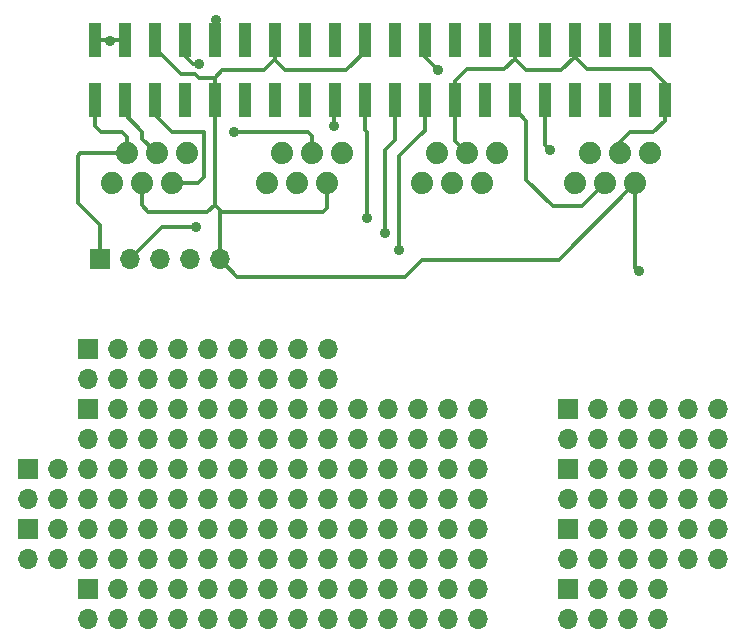
<source format=gbl>
G04 #@! TF.GenerationSoftware,KiCad,Pcbnew,7.0.10-7.0.10~ubuntu22.04.1*
G04 #@! TF.CreationDate,2024-01-29T17:30:17+05:30*
G04 #@! TF.ProjectId,bir-weather-hat,6269722d-7765-4617-9468-65722d686174,rev?*
G04 #@! TF.SameCoordinates,Original*
G04 #@! TF.FileFunction,Copper,L2,Bot*
G04 #@! TF.FilePolarity,Positive*
%FSLAX46Y46*%
G04 Gerber Fmt 4.6, Leading zero omitted, Abs format (unit mm)*
G04 Created by KiCad (PCBNEW 7.0.10-7.0.10~ubuntu22.04.1) date 2024-01-29 17:30:17*
%MOMM*%
%LPD*%
G01*
G04 APERTURE LIST*
G04 #@! TA.AperFunction,ComponentPad*
%ADD10R,1.700000X1.700000*%
G04 #@! TD*
G04 #@! TA.AperFunction,ComponentPad*
%ADD11O,1.700000X1.700000*%
G04 #@! TD*
G04 #@! TA.AperFunction,ComponentPad*
%ADD12C,1.879600*%
G04 #@! TD*
G04 #@! TA.AperFunction,SMDPad,CuDef*
%ADD13R,1.000000X3.000000*%
G04 #@! TD*
G04 #@! TA.AperFunction,ViaPad*
%ADD14C,0.900000*%
G04 #@! TD*
G04 #@! TA.AperFunction,Conductor*
%ADD15C,0.300000*%
G04 #@! TD*
G04 APERTURE END LIST*
D10*
X107620000Y-77140000D03*
D11*
X107620000Y-79680000D03*
X110160000Y-77140000D03*
X110160000Y-79680000D03*
X112700000Y-77140000D03*
X112700000Y-79680000D03*
X115240000Y-77140000D03*
X115240000Y-79680000D03*
X117780000Y-77140000D03*
X117780000Y-79680000D03*
X120320000Y-77140000D03*
X120320000Y-79680000D03*
X122860000Y-77140000D03*
X122860000Y-79680000D03*
X125400000Y-77140000D03*
X125400000Y-79680000D03*
X127940000Y-77140000D03*
X127940000Y-79680000D03*
X130480000Y-77140000D03*
X130480000Y-79680000D03*
X133020000Y-77140000D03*
X133020000Y-79680000D03*
X135560000Y-77140000D03*
X135560000Y-79680000D03*
X138100000Y-77140000D03*
X138100000Y-79680000D03*
X140640000Y-77140000D03*
X140640000Y-79680000D03*
D10*
X148260000Y-92380000D03*
D11*
X148260000Y-94920000D03*
X150800000Y-92380000D03*
X150800000Y-94920000D03*
X153340000Y-92380000D03*
X153340000Y-94920000D03*
X155880000Y-92380000D03*
X155880000Y-94920000D03*
D10*
X148260000Y-77140000D03*
D11*
X148260000Y-79680000D03*
X150800000Y-77140000D03*
X150800000Y-79680000D03*
X153340000Y-77140000D03*
X153340000Y-79680000D03*
X155880000Y-77140000D03*
X155880000Y-79680000D03*
X158420000Y-77140000D03*
X158420000Y-79680000D03*
X160960000Y-77140000D03*
X160960000Y-79680000D03*
D10*
X148260000Y-82220000D03*
D11*
X148260000Y-84760000D03*
X150800000Y-82220000D03*
X150800000Y-84760000D03*
X153340000Y-82220000D03*
X153340000Y-84760000D03*
X155880000Y-82220000D03*
X155880000Y-84760000D03*
X158420000Y-82220000D03*
X158420000Y-84760000D03*
X160960000Y-82220000D03*
X160960000Y-84760000D03*
D10*
X148260000Y-87300000D03*
D11*
X148260000Y-89840000D03*
X150800000Y-87300000D03*
X150800000Y-89840000D03*
X153340000Y-87300000D03*
X153340000Y-89840000D03*
X155880000Y-87300000D03*
X155880000Y-89840000D03*
X158420000Y-87300000D03*
X158420000Y-89840000D03*
X160960000Y-87300000D03*
X160960000Y-89840000D03*
D10*
X107620000Y-72060000D03*
D11*
X107620000Y-74600000D03*
X110160000Y-72060000D03*
X110160000Y-74600000D03*
X112700000Y-72060000D03*
X112700000Y-74600000D03*
X115240000Y-72060000D03*
X115240000Y-74600000D03*
X117780000Y-72060000D03*
X117780000Y-74600000D03*
X120320000Y-72060000D03*
X120320000Y-74600000D03*
X122860000Y-72060000D03*
X122860000Y-74600000D03*
X125400000Y-72060000D03*
X125400000Y-74600000D03*
X127940000Y-72060000D03*
X127940000Y-74600000D03*
D10*
X107620000Y-92380000D03*
D11*
X107620000Y-94920000D03*
X110160000Y-92380000D03*
X110160000Y-94920000D03*
X112700000Y-92380000D03*
X112700000Y-94920000D03*
X115240000Y-92380000D03*
X115240000Y-94920000D03*
X117780000Y-92380000D03*
X117780000Y-94920000D03*
X120320000Y-92380000D03*
X120320000Y-94920000D03*
X122860000Y-92380000D03*
X122860000Y-94920000D03*
X125400000Y-92380000D03*
X125400000Y-94920000D03*
X127940000Y-92380000D03*
X127940000Y-94920000D03*
X130480000Y-92380000D03*
X130480000Y-94920000D03*
X133020000Y-92380000D03*
X133020000Y-94920000D03*
X135560000Y-92380000D03*
X135560000Y-94920000D03*
X138100000Y-92380000D03*
X138100000Y-94920000D03*
X140640000Y-92380000D03*
X140640000Y-94920000D03*
D10*
X102540000Y-87300000D03*
D11*
X102540000Y-89840000D03*
X105080000Y-87300000D03*
X105080000Y-89840000D03*
X107620000Y-87300000D03*
X107620000Y-89840000D03*
X110160000Y-87300000D03*
X110160000Y-89840000D03*
X112700000Y-87300000D03*
X112700000Y-89840000D03*
X115240000Y-87300000D03*
X115240000Y-89840000D03*
X117780000Y-87300000D03*
X117780000Y-89840000D03*
X120320000Y-87300000D03*
X120320000Y-89840000D03*
X122860000Y-87300000D03*
X122860000Y-89840000D03*
X125400000Y-87300000D03*
X125400000Y-89840000D03*
X127940000Y-87300000D03*
X127940000Y-89840000D03*
X130480000Y-87300000D03*
X130480000Y-89840000D03*
X133020000Y-87300000D03*
X133020000Y-89840000D03*
X135560000Y-87300000D03*
X135560000Y-89840000D03*
X138100000Y-87300000D03*
X138100000Y-89840000D03*
X140640000Y-87300000D03*
X140640000Y-89840000D03*
D10*
X102540000Y-82220000D03*
D11*
X102540000Y-84760000D03*
X105080000Y-82220000D03*
X105080000Y-84760000D03*
X107620000Y-82220000D03*
X107620000Y-84760000D03*
X110160000Y-82220000D03*
X110160000Y-84760000D03*
X112700000Y-82220000D03*
X112700000Y-84760000D03*
X115240000Y-82220000D03*
X115240000Y-84760000D03*
X117780000Y-82220000D03*
X117780000Y-84760000D03*
X120320000Y-82220000D03*
X120320000Y-84760000D03*
X122860000Y-82220000D03*
X122860000Y-84760000D03*
X125400000Y-82220000D03*
X125400000Y-84760000D03*
X127940000Y-82220000D03*
X127940000Y-84760000D03*
X130480000Y-82220000D03*
X130480000Y-84760000D03*
X133020000Y-82220000D03*
X133020000Y-84760000D03*
X135560000Y-82220000D03*
X135560000Y-84760000D03*
X138100000Y-82220000D03*
X138100000Y-84760000D03*
X140640000Y-82220000D03*
X140640000Y-84760000D03*
D10*
X108630000Y-64500000D03*
D11*
X111170000Y-64500000D03*
X113710000Y-64500000D03*
X116250000Y-64500000D03*
X118790000Y-64500000D03*
D12*
X142250000Y-55500000D03*
X140980000Y-58040000D03*
X139710000Y-55500000D03*
X138440000Y-58040000D03*
X137170000Y-55500000D03*
X135900000Y-58040000D03*
X155250000Y-55510000D03*
X153980000Y-58050000D03*
X152710000Y-55510000D03*
X151440000Y-58050000D03*
X150170000Y-55510000D03*
X148900000Y-58050000D03*
X129130000Y-55510000D03*
X127860000Y-58050000D03*
X126590000Y-55510000D03*
X125320000Y-58050000D03*
X124050000Y-55510000D03*
X122780000Y-58050000D03*
X109650000Y-58040000D03*
X110920000Y-55500000D03*
X112190000Y-58040000D03*
X113460000Y-55500000D03*
X114730000Y-58040000D03*
X116000000Y-55500000D03*
D13*
X108190000Y-51000000D03*
X108190000Y-45960000D03*
X110730000Y-51000000D03*
X110730000Y-45960000D03*
X113270000Y-51000000D03*
X113270000Y-45960000D03*
X115810000Y-51000000D03*
X115810000Y-45960000D03*
X118350000Y-51000000D03*
X118350000Y-45960000D03*
X120890000Y-51000000D03*
X120890000Y-45960000D03*
X123430000Y-51000000D03*
X123430000Y-45960000D03*
X125970000Y-51000000D03*
X125970000Y-45960000D03*
X128510000Y-51000000D03*
X128510000Y-45960000D03*
X131050000Y-51000000D03*
X131050000Y-45960000D03*
X133590000Y-51000000D03*
X133590000Y-45960000D03*
X136130000Y-51000000D03*
X136130000Y-45960000D03*
X138670000Y-51000000D03*
X138670000Y-45960000D03*
X141210000Y-51000000D03*
X141210000Y-45960000D03*
X143750000Y-51000000D03*
X143750000Y-45960000D03*
X146290000Y-51000000D03*
X146290000Y-45960000D03*
X148830000Y-51000000D03*
X148830000Y-45960000D03*
X151370000Y-51000000D03*
X151370000Y-45960000D03*
X153910000Y-51000000D03*
X153910000Y-45960000D03*
X156450000Y-51000000D03*
X156450000Y-45960000D03*
D14*
X118500000Y-44250000D03*
X117000000Y-48000000D03*
X120000000Y-53750000D03*
X109500000Y-46000000D03*
X146750000Y-55250000D03*
X131250000Y-61000000D03*
X132750000Y-62250000D03*
X134000000Y-63750000D03*
X137250000Y-48500000D03*
X154250000Y-65500000D03*
X116750000Y-61750000D03*
X128500000Y-53250000D03*
D15*
X118350000Y-49150000D02*
X117018629Y-49150000D01*
X117018629Y-49150000D02*
X116668629Y-48800000D01*
X116668629Y-48800000D02*
X115500000Y-48800000D01*
X115500000Y-48800000D02*
X113270000Y-46570000D01*
X113270000Y-46570000D02*
X113270000Y-45960000D01*
X118350000Y-51000000D02*
X118350000Y-49150000D01*
X117000000Y-48000000D02*
X116500000Y-48000000D01*
X116500000Y-48000000D02*
X115810000Y-47310000D01*
X115810000Y-47310000D02*
X115810000Y-45960000D01*
X123430000Y-45960000D02*
X123430000Y-47570000D01*
X122500000Y-48500000D02*
X119000000Y-48500000D01*
X123430000Y-47570000D02*
X122500000Y-48500000D01*
X119000000Y-48500000D02*
X118350000Y-49150000D01*
X118500000Y-44250000D02*
X118500000Y-45810000D01*
X118500000Y-45810000D02*
X118350000Y-45960000D01*
X126590000Y-55510000D02*
X126590000Y-54090000D01*
X126590000Y-54090000D02*
X126250000Y-53750000D01*
X126250000Y-53750000D02*
X120000000Y-53750000D01*
X109540000Y-45960000D02*
X110730000Y-45960000D01*
X109500000Y-46000000D02*
X109540000Y-45960000D01*
X109460000Y-45960000D02*
X109500000Y-46000000D01*
X135950000Y-64550000D02*
X134500000Y-66000000D01*
X147480000Y-64550000D02*
X135950000Y-64550000D01*
X153980000Y-58050000D02*
X147480000Y-64550000D01*
X134500000Y-66000000D02*
X120290000Y-66000000D01*
X120290000Y-66000000D02*
X118790000Y-64500000D01*
X146750000Y-55250000D02*
X146290000Y-54790000D01*
X146290000Y-54790000D02*
X146290000Y-51000000D01*
X143750000Y-51000000D02*
X143750000Y-51750000D01*
X143750000Y-51750000D02*
X144750000Y-52750000D01*
X144750000Y-57750000D02*
X147000000Y-60000000D01*
X144750000Y-52750000D02*
X144750000Y-57750000D01*
X147000000Y-60000000D02*
X149490000Y-60000000D01*
X149490000Y-60000000D02*
X151440000Y-58050000D01*
X132750000Y-62000000D02*
X132750000Y-62250000D01*
X132750000Y-61000000D02*
X132750000Y-62000000D01*
X134000000Y-61000000D02*
X134000000Y-63750000D01*
X131250000Y-60750000D02*
X131250000Y-61000000D01*
X134000000Y-58750000D02*
X134000000Y-61000000D01*
X131250000Y-53750000D02*
X131250000Y-60750000D01*
X131050000Y-51000000D02*
X131050000Y-53550000D01*
X131050000Y-53550000D02*
X131250000Y-53750000D01*
X132750000Y-55250000D02*
X132750000Y-61000000D01*
X133590000Y-54202894D02*
X133590000Y-54410000D01*
X133590000Y-54410000D02*
X132750000Y-55250000D01*
X136130000Y-53620000D02*
X135750000Y-54000000D01*
X136130000Y-51000000D02*
X136130000Y-53620000D01*
X135750000Y-54000000D02*
X134000000Y-55750000D01*
X134000000Y-55750000D02*
X134000000Y-58750000D01*
X133590000Y-54202894D02*
X133590000Y-51000000D01*
X136130000Y-47380000D02*
X137250000Y-48500000D01*
X136130000Y-45960000D02*
X136130000Y-47380000D01*
X154250000Y-65500000D02*
X153980000Y-65230000D01*
X153980000Y-65230000D02*
X153980000Y-58050000D01*
X156450000Y-51000000D02*
X156450000Y-52800000D01*
X156450000Y-52800000D02*
X155500000Y-53750000D01*
X155500000Y-53750000D02*
X153500000Y-53750000D01*
X153500000Y-53750000D02*
X152710000Y-54540000D01*
X152710000Y-54540000D02*
X152710000Y-55510000D01*
X113920000Y-61750000D02*
X116750000Y-61750000D01*
X111170000Y-64500000D02*
X113920000Y-61750000D01*
X128500000Y-53250000D02*
X128500000Y-51010000D01*
X128500000Y-51010000D02*
X128510000Y-51000000D01*
X106750000Y-59750000D02*
X106750000Y-55750000D01*
X108630000Y-64500000D02*
X108630000Y-61630000D01*
X106750000Y-55750000D02*
X107000000Y-55500000D01*
X108630000Y-61630000D02*
X106750000Y-59750000D01*
X107000000Y-55500000D02*
X110920000Y-55500000D01*
X118950000Y-60500000D02*
X118475000Y-60025000D01*
X118475000Y-60025000D02*
X118350000Y-59900000D01*
X118790000Y-64500000D02*
X118790000Y-60340000D01*
X118790000Y-60340000D02*
X118475000Y-60025000D01*
X138670000Y-51000000D02*
X138670000Y-54460000D01*
X138670000Y-54460000D02*
X139710000Y-55500000D01*
X127860000Y-60140000D02*
X127500000Y-60500000D01*
X127860000Y-58050000D02*
X127860000Y-60140000D01*
X127500000Y-60500000D02*
X118950000Y-60500000D01*
X114730000Y-58040000D02*
X116960000Y-58040000D01*
X116960000Y-58040000D02*
X117500000Y-57500000D01*
X117500000Y-57500000D02*
X117500000Y-53750000D01*
X117500000Y-53750000D02*
X114750000Y-53750000D01*
X114750000Y-53750000D02*
X113270000Y-52270000D01*
X113270000Y-52270000D02*
X113270000Y-51000000D01*
X112250000Y-54290000D02*
X112250000Y-53750000D01*
X113460000Y-55500000D02*
X112250000Y-54290000D01*
X112250000Y-53750000D02*
X110730000Y-52230000D01*
X110730000Y-52230000D02*
X110730000Y-51000000D01*
X118350000Y-51000000D02*
X118350000Y-59900000D01*
X118350000Y-59900000D02*
X117750000Y-60500000D01*
X112750000Y-60500000D02*
X117750000Y-60500000D01*
X112190000Y-58040000D02*
X112190000Y-59940000D01*
X112190000Y-59940000D02*
X112750000Y-60500000D01*
X108190000Y-51000000D02*
X108190000Y-53190000D01*
X108190000Y-53190000D02*
X108750000Y-53750000D01*
X108750000Y-53750000D02*
X110500000Y-53750000D01*
X110500000Y-53750000D02*
X110920000Y-54170000D01*
X110920000Y-54170000D02*
X110920000Y-55500000D01*
X149900000Y-48400000D02*
X155300000Y-48400000D01*
X156450000Y-49550000D02*
X156450000Y-51000000D01*
X148830000Y-45960000D02*
X148830000Y-47330000D01*
X148830000Y-47330000D02*
X149900000Y-48400000D01*
X155300000Y-48400000D02*
X156450000Y-49550000D01*
X143750000Y-47550000D02*
X144700000Y-48500000D01*
X144700000Y-48500000D02*
X147700000Y-48500000D01*
X147700000Y-48500000D02*
X148830000Y-47370000D01*
X148830000Y-47370000D02*
X148830000Y-45960000D01*
X138670000Y-51000000D02*
X138670000Y-49430000D01*
X139700000Y-48400000D02*
X142900000Y-48400000D01*
X138670000Y-49430000D02*
X139700000Y-48400000D01*
X142900000Y-48400000D02*
X143750000Y-47550000D01*
X143750000Y-47550000D02*
X143750000Y-45960000D01*
X131050000Y-45960000D02*
X131050000Y-47150000D01*
X138670000Y-49570000D02*
X138670000Y-51000000D01*
X123430000Y-45960000D02*
X123430000Y-47630000D01*
X129500000Y-48500000D02*
X131050000Y-46950000D01*
X123430000Y-47630000D02*
X124300000Y-48500000D01*
X124300000Y-48500000D02*
X129500000Y-48500000D01*
X131050000Y-46950000D02*
X131050000Y-45960000D01*
X108190000Y-45960000D02*
X109460000Y-45960000D01*
M02*

</source>
